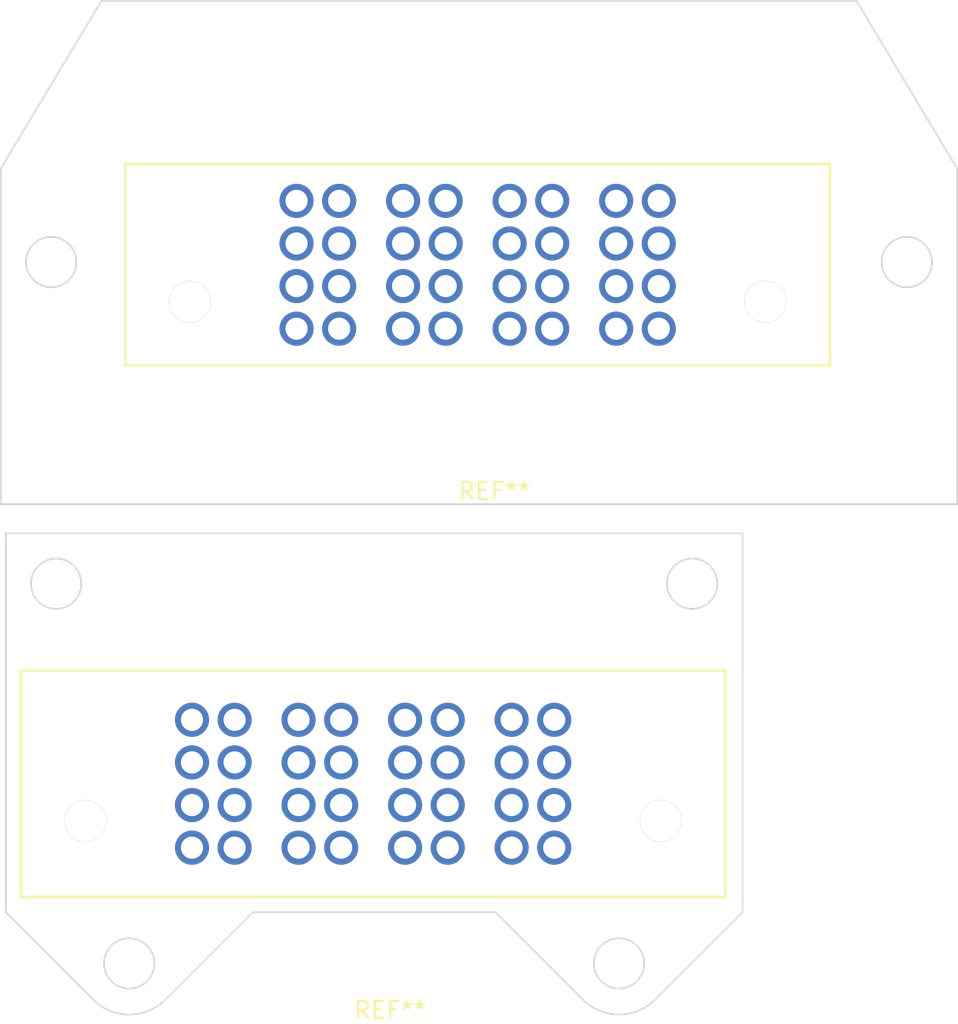
<source format=kicad_pcb>
(kicad_pcb (version 4) (host pcbnew 4.0.7)

  (general
    (links 0)
    (no_connects 0)
    (area 102.471099 66.63942 159.571101 127.925)
    (thickness 1.6)
    (drawings 50)
    (tracks 0)
    (zones 0)
    (modules 2)
    (nets 1)
  )

  (page A4)
  (layers
    (0 F.Cu signal)
    (31 B.Cu signal)
    (32 B.Adhes user)
    (33 F.Adhes user)
    (34 B.Paste user)
    (35 F.Paste user)
    (36 B.SilkS user)
    (37 F.SilkS user)
    (38 B.Mask user)
    (39 F.Mask user)
    (40 Dwgs.User user)
    (41 Cmts.User user)
    (42 Eco1.User user)
    (43 Eco2.User user)
    (44 Edge.Cuts user)
    (45 Margin user)
    (46 B.CrtYd user)
    (47 F.CrtYd user)
    (48 B.Fab user)
    (49 F.Fab user)
  )

  (setup
    (last_trace_width 0.25)
    (trace_clearance 0.2)
    (zone_clearance 0.508)
    (zone_45_only no)
    (trace_min 0.2)
    (segment_width 0.2)
    (edge_width 0.15)
    (via_size 0.6)
    (via_drill 0.4)
    (via_min_size 0.4)
    (via_min_drill 0.3)
    (uvia_size 0.3)
    (uvia_drill 0.1)
    (uvias_allowed no)
    (uvia_min_size 0.2)
    (uvia_min_drill 0.1)
    (pcb_text_width 0.3)
    (pcb_text_size 1.5 1.5)
    (mod_edge_width 0.15)
    (mod_text_size 1 1)
    (mod_text_width 0.15)
    (pad_size 1.524 1.524)
    (pad_drill 0.762)
    (pad_to_mask_clearance 0.2)
    (aux_axis_origin 0 0)
    (visible_elements 7FFFFFFF)
    (pcbplotparams
      (layerselection 0x010fc_80000001)
      (usegerberextensions false)
      (excludeedgelayer true)
      (linewidth 0.100000)
      (plotframeref false)
      (viasonmask false)
      (mode 1)
      (useauxorigin false)
      (hpglpennumber 1)
      (hpglpenspeed 20)
      (hpglpendiameter 15)
      (hpglpenoverlay 2)
      (psnegative false)
      (psa4output false)
      (plotreference true)
      (plotvalue true)
      (plotinvisibletext false)
      (padsonsilk false)
      (subtractmaskfromsilk false)
      (outputformat 1)
      (mirror false)
      (drillshape 0)
      (scaleselection 1)
      (outputdirectory GerberBladeConnectorsV2/))
  )

  (net 0 "")

  (net_class Default "This is the default net class."
    (clearance 0.2)
    (trace_width 0.25)
    (via_dia 0.6)
    (via_drill 0.4)
    (uvia_dia 0.3)
    (uvia_drill 0.1)
  )

  (module Custom:PES-04-01-S-VT (layer F.Cu) (tedit 5AC93DE7) (tstamp 5AC93F52)
    (at 130.94 82.42)
    (fp_text reference REF** (at 1 13.5) (layer F.SilkS)
      (effects (font (size 1 1) (thickness 0.15)))
    )
    (fp_text value PES-04-01-S-VT (at 1 12.5) (layer F.Fab)
      (effects (font (size 1 1) (thickness 0.15)))
    )
    (fp_line (start -21 -6) (end 21 -6) (layer F.SilkS) (width 0.15))
    (fp_line (start 21 -6) (end 21 6) (layer F.SilkS) (width 0.15))
    (fp_line (start 21 6) (end -21 6) (layer F.SilkS) (width 0.15))
    (fp_line (start -21 6) (end -21 -6) (layer F.SilkS) (width 0.15))
    (pad 3 thru_hole circle (at -17.145 2.2098) (size 2.4892 2.4892) (drill 2.4892) (layers *.Cu *.Mask))
    (pad 2 thru_hole circle (at 8.255 -3.81) (size 2.032 2.032) (drill 1.3208) (layers *.Cu *.Mask))
    (pad 2 thru_hole circle (at 10.795 -3.81) (size 2.032 2.032) (drill 1.3208) (layers *.Cu *.Mask))
    (pad 2 thru_hole circle (at 8.255 -1.27) (size 2.032 2.032) (drill 1.3208) (layers *.Cu *.Mask))
    (pad 2 thru_hole circle (at 10.795 -1.27) (size 2.032 2.032) (drill 1.3208) (layers *.Cu *.Mask))
    (pad 2 thru_hole circle (at 8.255 1.27) (size 2.032 2.032) (drill 1.3208) (layers *.Cu *.Mask))
    (pad 2 thru_hole circle (at 10.795 1.27) (size 2.032 2.032) (drill 1.3208) (layers *.Cu *.Mask))
    (pad 2 thru_hole circle (at 8.255 3.81) (size 2.032 2.032) (drill 1.3208) (layers *.Cu *.Mask))
    (pad 2 thru_hole circle (at 10.795 3.81) (size 2.032 2.032) (drill 1.3208) (layers *.Cu *.Mask))
    (pad 2 thru_hole circle (at 4.445 3.81) (size 2.032 2.032) (drill 1.3208) (layers *.Cu *.Mask))
    (pad 2 thru_hole circle (at 1.905 3.81) (size 2.032 2.032) (drill 1.3208) (layers *.Cu *.Mask))
    (pad 2 thru_hole circle (at 4.445 1.27) (size 2.032 2.032) (drill 1.3208) (layers *.Cu *.Mask))
    (pad 2 thru_hole circle (at 1.905 1.27) (size 2.032 2.032) (drill 1.3208) (layers *.Cu *.Mask))
    (pad 2 thru_hole circle (at 4.445 -1.27) (size 2.032 2.032) (drill 1.3208) (layers *.Cu *.Mask))
    (pad 2 thru_hole circle (at 1.905 -1.27) (size 2.032 2.032) (drill 1.3208) (layers *.Cu *.Mask))
    (pad 2 thru_hole circle (at 4.445 -3.81) (size 2.032 2.032) (drill 1.3208) (layers *.Cu *.Mask))
    (pad 2 thru_hole circle (at 1.905 -3.81) (size 2.032 2.032) (drill 1.3208) (layers *.Cu *.Mask))
    (pad 1 thru_hole circle (at -4.445 -3.81) (size 2.032 2.032) (drill 1.3208) (layers *.Cu *.Mask))
    (pad 1 thru_hole circle (at -1.905 -3.81) (size 2.032 2.032) (drill 1.3208) (layers *.Cu *.Mask))
    (pad 1 thru_hole circle (at -4.445 -1.27) (size 2.032 2.032) (drill 1.3208) (layers *.Cu *.Mask))
    (pad 1 thru_hole circle (at -1.905 -1.27) (size 2.032 2.032) (drill 1.3208) (layers *.Cu *.Mask))
    (pad 1 thru_hole circle (at -4.445 1.27) (size 2.032 2.032) (drill 1.3208) (layers *.Cu *.Mask))
    (pad 1 thru_hole circle (at -1.905 1.27) (size 2.032 2.032) (drill 1.3208) (layers *.Cu *.Mask))
    (pad 1 thru_hole circle (at -4.445 3.81) (size 2.032 2.032) (drill 1.3208) (layers *.Cu *.Mask))
    (pad 1 thru_hole circle (at -1.905 3.81) (size 2.032 2.032) (drill 1.3208) (layers *.Cu *.Mask))
    (pad 1 thru_hole circle (at -8.255 3.81) (size 2.032 2.032) (drill 1.3208) (layers *.Cu *.Mask))
    (pad 1 thru_hole circle (at -10.795 3.81) (size 2.032 2.032) (drill 1.3208) (layers *.Cu *.Mask))
    (pad 1 thru_hole circle (at -8.255 1.27) (size 2.032 2.032) (drill 1.3208) (layers *.Cu *.Mask))
    (pad 1 thru_hole circle (at -10.795 1.27) (size 2.032 2.032) (drill 1.3208) (layers *.Cu *.Mask))
    (pad 1 thru_hole circle (at -8.255 -1.27) (size 2.032 2.032) (drill 1.3208) (layers *.Cu *.Mask))
    (pad 1 thru_hole circle (at -10.795 -1.27) (size 2.032 2.032) (drill 1.3208) (layers *.Cu *.Mask))
    (pad 1 thru_hole circle (at -8.255 -3.81) (size 2.032 2.032) (drill 1.3208) (layers *.Cu *.Mask))
    (pad 1 thru_hole circle (at -10.795 -3.81) (size 2.032 2.032) (drill 1.3208) (layers *.Cu *.Mask))
    (pad 4 thru_hole circle (at 17.145 2.2098) (size 2.4892 2.4892) (drill 2.4892) (layers *.Cu *.Mask))
  )

  (module Custom:PES-04-01-S-VT (layer F.Cu) (tedit 5AC937D9) (tstamp 5AC93BAD)
    (at 124.71 113.35)
    (fp_text reference REF** (at 1 13.5) (layer F.SilkS)
      (effects (font (size 1 1) (thickness 0.15)))
    )
    (fp_text value PES-04-01-S-VT (at 1 12.5) (layer F.Fab)
      (effects (font (size 1 1) (thickness 0.15)))
    )
    (fp_line (start -21 -6.75) (end 21 -6.75) (layer F.SilkS) (width 0.15))
    (fp_line (start 21 -6.75) (end 21 6.75) (layer F.SilkS) (width 0.15))
    (fp_line (start 21 6.75) (end -21 6.75) (layer F.SilkS) (width 0.15))
    (fp_line (start -21 6.75) (end -21 -6.75) (layer F.SilkS) (width 0.15))
    (pad 3 thru_hole circle (at -17.145 2.2098) (size 2.4892 2.4892) (drill 2.4892) (layers *.Cu *.Mask))
    (pad 2 thru_hole circle (at 8.255 -3.81) (size 2.032 2.032) (drill 1.3208) (layers *.Cu *.Mask))
    (pad 2 thru_hole circle (at 10.795 -3.81) (size 2.032 2.032) (drill 1.3208) (layers *.Cu *.Mask))
    (pad 2 thru_hole circle (at 8.255 -1.27) (size 2.032 2.032) (drill 1.3208) (layers *.Cu *.Mask))
    (pad 2 thru_hole circle (at 10.795 -1.27) (size 2.032 2.032) (drill 1.3208) (layers *.Cu *.Mask))
    (pad 2 thru_hole circle (at 8.255 1.27) (size 2.032 2.032) (drill 1.3208) (layers *.Cu *.Mask))
    (pad 2 thru_hole circle (at 10.795 1.27) (size 2.032 2.032) (drill 1.3208) (layers *.Cu *.Mask))
    (pad 2 thru_hole circle (at 8.255 3.81) (size 2.032 2.032) (drill 1.3208) (layers *.Cu *.Mask))
    (pad 2 thru_hole circle (at 10.795 3.81) (size 2.032 2.032) (drill 1.3208) (layers *.Cu *.Mask))
    (pad 2 thru_hole circle (at 4.445 3.81) (size 2.032 2.032) (drill 1.3208) (layers *.Cu *.Mask))
    (pad 2 thru_hole circle (at 1.905 3.81) (size 2.032 2.032) (drill 1.3208) (layers *.Cu *.Mask))
    (pad 2 thru_hole circle (at 4.445 1.27) (size 2.032 2.032) (drill 1.3208) (layers *.Cu *.Mask))
    (pad 2 thru_hole circle (at 1.905 1.27) (size 2.032 2.032) (drill 1.3208) (layers *.Cu *.Mask))
    (pad 2 thru_hole circle (at 4.445 -1.27) (size 2.032 2.032) (drill 1.3208) (layers *.Cu *.Mask))
    (pad 2 thru_hole circle (at 1.905 -1.27) (size 2.032 2.032) (drill 1.3208) (layers *.Cu *.Mask))
    (pad 2 thru_hole circle (at 4.445 -3.81) (size 2.032 2.032) (drill 1.3208) (layers *.Cu *.Mask))
    (pad 2 thru_hole circle (at 1.905 -3.81) (size 2.032 2.032) (drill 1.3208) (layers *.Cu *.Mask))
    (pad 1 thru_hole circle (at -4.445 -3.81) (size 2.032 2.032) (drill 1.3208) (layers *.Cu *.Mask))
    (pad 1 thru_hole circle (at -1.905 -3.81) (size 2.032 2.032) (drill 1.3208) (layers *.Cu *.Mask))
    (pad 1 thru_hole circle (at -4.445 -1.27) (size 2.032 2.032) (drill 1.3208) (layers *.Cu *.Mask))
    (pad 1 thru_hole circle (at -1.905 -1.27) (size 2.032 2.032) (drill 1.3208) (layers *.Cu *.Mask))
    (pad 1 thru_hole circle (at -4.445 1.27) (size 2.032 2.032) (drill 1.3208) (layers *.Cu *.Mask))
    (pad 1 thru_hole circle (at -1.905 1.27) (size 2.032 2.032) (drill 1.3208) (layers *.Cu *.Mask))
    (pad 1 thru_hole circle (at -4.445 3.81) (size 2.032 2.032) (drill 1.3208) (layers *.Cu *.Mask))
    (pad 1 thru_hole circle (at -1.905 3.81) (size 2.032 2.032) (drill 1.3208) (layers *.Cu *.Mask))
    (pad 1 thru_hole circle (at -8.255 3.81) (size 2.032 2.032) (drill 1.3208) (layers *.Cu *.Mask))
    (pad 1 thru_hole circle (at -10.795 3.81) (size 2.032 2.032) (drill 1.3208) (layers *.Cu *.Mask))
    (pad 1 thru_hole circle (at -8.255 1.27) (size 2.032 2.032) (drill 1.3208) (layers *.Cu *.Mask))
    (pad 1 thru_hole circle (at -10.795 1.27) (size 2.032 2.032) (drill 1.3208) (layers *.Cu *.Mask))
    (pad 1 thru_hole circle (at -8.255 -1.27) (size 2.032 2.032) (drill 1.3208) (layers *.Cu *.Mask))
    (pad 1 thru_hole circle (at -10.795 -1.27) (size 2.032 2.032) (drill 1.3208) (layers *.Cu *.Mask))
    (pad 1 thru_hole circle (at -8.255 -3.81) (size 2.032 2.032) (drill 1.3208) (layers *.Cu *.Mask))
    (pad 1 thru_hole circle (at -10.795 -3.81) (size 2.032 2.032) (drill 1.3208) (layers *.Cu *.Mask))
    (pad 4 thru_hole circle (at 17.145 2.2098) (size 2.4892 2.4892) (drill 2.4892) (layers *.Cu *.Mask))
  )

  (gr_circle (center 156.5211 82.261151) (end 158.0211 82.261151) (layer Edge.Cuts) (width 0.1))
  (gr_line (start 108.5211 66.689421) (end 102.5211 76.689421) (layer Edge.Cuts) (width 0.1))
  (gr_line (start 153.5211 66.689421) (end 108.5211 66.689421) (layer Edge.Cuts) (width 0.1))
  (gr_line (start 159.5211 76.689421) (end 153.5211 66.689421) (layer Edge.Cuts) (width 0.1))
  (gr_line (start 159.5211 96.689421) (end 159.5211 76.689421) (layer Edge.Cuts) (width 0.1))
  (gr_line (start 102.5211 96.689421) (end 159.5211 96.689421) (layer Edge.Cuts) (width 0.1))
  (gr_line (start 102.5211 76.689421) (end 102.5211 96.689421) (layer Edge.Cuts) (width 0.1))
  (gr_circle (center 105.5211 82.261151) (end 107.0211 82.261151) (layer Edge.Cuts) (width 0.1))
  (gr_circle (center 139.367577 124.059055) (end 140.867577 124.059055) (layer Edge.Cuts) (width 0.1))
  (gr_circle (center 110.174623 124.059055) (end 111.674623 124.059055) (layer Edge.Cuts) (width 0.1))
  (gr_circle (center 143.7261 101.427779) (end 145.2261 101.427779) (layer Edge.Cuts) (width 0.1))
  (gr_circle (center 105.8161 101.427779) (end 107.3161 101.427779) (layer Edge.Cuts) (width 0.1))
  (gr_line (start 117.533146 121.011055) (end 112.329884 126.214317) (layer Edge.Cuts) (width 0.1))
  (gr_arc (start 110.174623 124.059055) (end 108.019361 126.214317) (angle -90) (layer Edge.Cuts) (width 0.1))
  (gr_line (start 108.019361 126.214317) (end 102.8161 121.011055) (layer Edge.Cuts) (width 0.1))
  (gr_line (start 102.8161 121.011055) (end 102.8161 98.427779) (layer Edge.Cuts) (width 0.1))
  (gr_line (start 102.8161 98.427779) (end 146.7261 98.427779) (layer Edge.Cuts) (width 0.1))
  (gr_line (start 146.7261 121.011055) (end 146.7261 98.427779) (layer Edge.Cuts) (width 0.1))
  (gr_line (start 146.7261 121.011055) (end 141.522839 126.214317) (layer Edge.Cuts) (width 0.1))
  (gr_arc (start 139.367577 124.059055) (end 137.212316 126.214317) (angle -90) (layer Edge.Cuts) (width 0.1))
  (gr_line (start 137.212316 126.214317) (end 132.009054 121.011055) (layer Edge.Cuts) (width 0.1))
  (gr_line (start 132.009054 121.011055) (end 117.533146 121.011055) (layer Edge.Cuts) (width 0.1))
  (gr_circle (center 139.297577 124.069055) (end 140.797577 124.069055) (layer Dwgs.User) (width 0.1))
  (gr_circle (center 110.104623 124.069055) (end 111.604623 124.069055) (layer Dwgs.User) (width 0.1))
  (gr_circle (center 143.6561 101.437779) (end 145.1561 101.437779) (layer Dwgs.User) (width 0.1))
  (gr_circle (center 105.7461 101.437779) (end 107.2461 101.437779) (layer Dwgs.User) (width 0.1))
  (gr_line (start 117.463146 121.021055) (end 112.259884 126.224317) (layer Dwgs.User) (width 0.1))
  (gr_arc (start 110.104623 124.069055) (end 107.949361 126.224317) (angle -90) (layer Dwgs.User) (width 0.1))
  (gr_line (start 107.949361 126.224317) (end 102.7461 121.021055) (layer Dwgs.User) (width 0.1))
  (gr_line (start 102.7461 121.021055) (end 102.7461 98.437779) (layer Dwgs.User) (width 0.1))
  (gr_line (start 102.7461 98.437779) (end 146.6561 98.437779) (layer Dwgs.User) (width 0.1))
  (gr_line (start 146.6561 121.021055) (end 146.6561 98.437779) (layer Dwgs.User) (width 0.1))
  (gr_line (start 146.6561 121.021055) (end 141.452839 126.224317) (layer Dwgs.User) (width 0.1))
  (gr_arc (start 139.297577 124.069055) (end 137.142316 126.224317) (angle -90) (layer Dwgs.User) (width 0.1))
  (gr_line (start 137.142316 126.224317) (end 131.939054 121.021055) (layer Dwgs.User) (width 0.1))
  (gr_line (start 131.939054 121.021055) (end 117.463146 121.021055) (layer Dwgs.User) (width 0.1))
  (gr_circle (center 110.147423 124.156855) (end 108.647423 124.156855) (layer Dwgs.User) (width 0.1))
  (gr_circle (center 139.340377 124.156855) (end 137.840377 124.156855) (layer Dwgs.User) (width 0.1))
  (gr_circle (center 105.7889 101.525579) (end 104.2889 101.525579) (layer Dwgs.User) (width 0.1))
  (gr_line (start 146.6989 98.525579) (end 102.7889 98.525579) (layer Dwgs.User) (width 0.1))
  (gr_line (start 146.6989 121.108855) (end 146.6989 98.525579) (layer Dwgs.User) (width 0.1))
  (gr_line (start 146.6989 121.108855) (end 141.495639 126.312117) (layer Dwgs.User) (width 0.1))
  (gr_arc (start 139.340377 124.156855) (end 137.185116 126.312117) (angle -90) (layer Dwgs.User) (width 0.1))
  (gr_line (start 137.185116 126.312117) (end 131.981854 121.108855) (layer Dwgs.User) (width 0.1))
  (gr_line (start 117.505946 121.108855) (end 131.981854 121.108855) (layer Dwgs.User) (width 0.1))
  (gr_line (start 117.505946 121.108855) (end 112.302684 126.312117) (layer Dwgs.User) (width 0.1))
  (gr_arc (start 110.147423 124.156855) (end 107.992161 126.312117) (angle -90) (layer Dwgs.User) (width 0.1))
  (gr_line (start 107.992161 126.312117) (end 102.7889 121.108855) (layer Dwgs.User) (width 0.1))
  (gr_line (start 102.7889 121.108855) (end 102.7889 98.525579) (layer Dwgs.User) (width 0.1))
  (gr_circle (center 143.6989 101.525579) (end 142.1989 101.525579) (layer Dwgs.User) (width 0.1))

)

</source>
